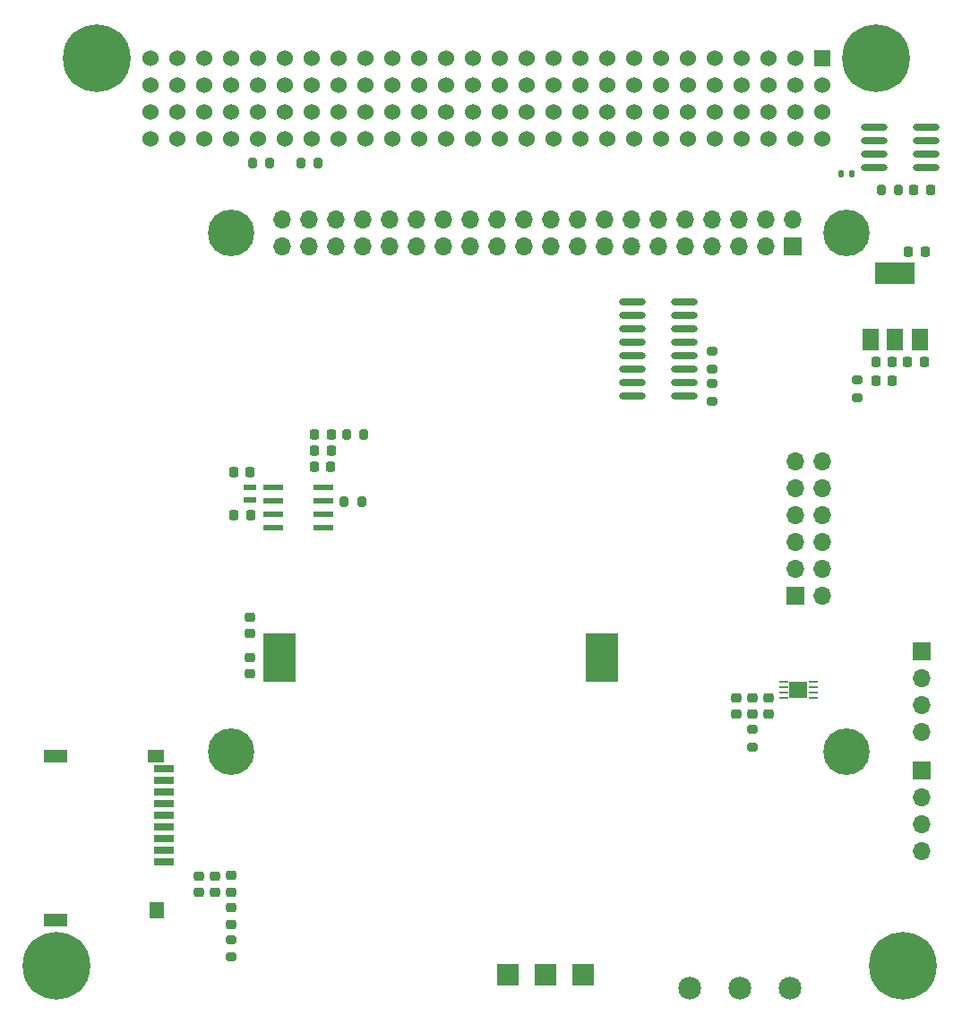
<source format=gts>
G04 #@! TF.GenerationSoftware,KiCad,Pcbnew,(6.0.7-1)-1*
G04 #@! TF.CreationDate,2023-01-01T23:11:57-05:00*
G04 #@! TF.ProjectId,obc-db,6f62632d-6462-42e6-9b69-6361645f7063,rev?*
G04 #@! TF.SameCoordinates,Original*
G04 #@! TF.FileFunction,Soldermask,Top*
G04 #@! TF.FilePolarity,Negative*
%FSLAX46Y46*%
G04 Gerber Fmt 4.6, Leading zero omitted, Abs format (unit mm)*
G04 Created by KiCad (PCBNEW (6.0.7-1)-1) date 2023-01-01 23:11:57*
%MOMM*%
%LPD*%
G01*
G04 APERTURE LIST*
G04 Aperture macros list*
%AMRoundRect*
0 Rectangle with rounded corners*
0 $1 Rounding radius*
0 $2 $3 $4 $5 $6 $7 $8 $9 X,Y pos of 4 corners*
0 Add a 4 corners polygon primitive as box body*
4,1,4,$2,$3,$4,$5,$6,$7,$8,$9,$2,$3,0*
0 Add four circle primitives for the rounded corners*
1,1,$1+$1,$2,$3*
1,1,$1+$1,$4,$5*
1,1,$1+$1,$6,$7*
1,1,$1+$1,$8,$9*
0 Add four rect primitives between the rounded corners*
20,1,$1+$1,$2,$3,$4,$5,0*
20,1,$1+$1,$4,$5,$6,$7,0*
20,1,$1+$1,$6,$7,$8,$9,0*
20,1,$1+$1,$8,$9,$2,$3,0*%
G04 Aperture macros list end*
%ADD10RoundRect,0.218750X0.256250X-0.218750X0.256250X0.218750X-0.256250X0.218750X-0.256250X-0.218750X0*%
%ADD11RoundRect,0.135000X0.135000X0.185000X-0.135000X0.185000X-0.135000X-0.185000X0.135000X-0.185000X0*%
%ADD12C,6.400000*%
%ADD13C,3.600000*%
%ADD14R,1.500000X2.000000*%
%ADD15R,3.800000X2.000000*%
%ADD16RoundRect,0.200000X-0.275000X0.200000X-0.275000X-0.200000X0.275000X-0.200000X0.275000X0.200000X0*%
%ADD17R,2.000000X2.000000*%
%ADD18RoundRect,0.200000X0.200000X0.275000X-0.200000X0.275000X-0.200000X-0.275000X0.200000X-0.275000X0*%
%ADD19RoundRect,0.225000X0.225000X0.250000X-0.225000X0.250000X-0.225000X-0.250000X0.225000X-0.250000X0*%
%ADD20RoundRect,0.225000X-0.225000X-0.250000X0.225000X-0.250000X0.225000X0.250000X-0.225000X0.250000X0*%
%ADD21C,2.600000*%
%ADD22C,4.400000*%
%ADD23R,3.050000X4.570000*%
%ADD24R,1.700000X1.700000*%
%ADD25O,1.700000X1.700000*%
%ADD26C,2.159000*%
%ADD27R,0.812800X0.254000*%
%ADD28R,1.752600X1.549400*%
%ADD29RoundRect,0.225000X-0.250000X0.225000X-0.250000X-0.225000X0.250000X-0.225000X0.250000X0.225000X0*%
%ADD30RoundRect,0.350001X0.899999X0.000001X0.899999X-0.000001X-0.899999X-0.000001X-0.899999X0.000001X0*%
%ADD31R,1.981200X0.558800*%
%ADD32R,1.900000X0.700000*%
%ADD33R,1.600000X1.200000*%
%ADD34R,2.200000X1.200000*%
%ADD35R,1.400000X1.600000*%
%ADD36RoundRect,0.218750X-0.218750X-0.256250X0.218750X-0.256250X0.218750X0.256250X-0.218750X0.256250X0*%
%ADD37RoundRect,0.218750X0.218750X0.256250X-0.218750X0.256250X-0.218750X-0.256250X0.218750X-0.256250X0*%
%ADD38R,1.524000X1.524000*%
%ADD39C,1.524000*%
%ADD40RoundRect,0.200000X-0.200000X-0.275000X0.200000X-0.275000X0.200000X0.275000X-0.200000X0.275000X0*%
%ADD41R,1.200000X0.600000*%
G04 APERTURE END LIST*
D10*
X130750000Y-133937500D03*
X130750000Y-132362500D03*
D11*
X189486000Y-62992000D03*
X188466000Y-62992000D03*
D12*
X191770000Y-52070000D03*
D13*
X191770000Y-52070000D03*
D10*
X180086000Y-114071500D03*
X180086000Y-112496500D03*
D14*
X191248000Y-78690000D03*
X193548000Y-78690000D03*
D15*
X193548000Y-72390000D03*
D14*
X195848000Y-78690000D03*
D16*
X189992000Y-82487000D03*
X189992000Y-84137000D03*
D17*
X164084000Y-138684000D03*
D18*
X193865000Y-64516000D03*
X192215000Y-64516000D03*
D19*
X196355000Y-70358000D03*
X194805000Y-70358000D03*
D13*
X118110000Y-52070000D03*
D12*
X118110000Y-52070000D03*
D18*
X139001000Y-61976000D03*
X137351000Y-61976000D03*
D20*
X131051000Y-95250000D03*
X132601000Y-95250000D03*
D21*
X188976000Y-117602000D03*
D22*
X188976000Y-117602000D03*
D23*
X135387000Y-108712000D03*
X165857000Y-108712000D03*
D24*
X196088000Y-108077000D03*
D25*
X196088000Y-110617000D03*
X196088000Y-113157000D03*
X196088000Y-115697000D03*
D26*
X183642000Y-139954000D03*
X178891999Y-139954000D03*
X174141999Y-139954000D03*
D27*
X185801000Y-112509651D03*
X185801000Y-112009650D03*
X185801000Y-111509650D03*
X185801000Y-111009649D03*
X183007000Y-111009649D03*
X183007000Y-111509650D03*
X183007000Y-112009650D03*
X183007000Y-112509651D03*
D28*
X184404000Y-111759650D03*
D18*
X143128000Y-93980000D03*
X141478000Y-93980000D03*
D29*
X129226000Y-129327000D03*
X129226000Y-130877000D03*
D12*
X114300000Y-137795000D03*
D13*
X114300000Y-137795000D03*
D16*
X176276000Y-79756000D03*
X176276000Y-81406000D03*
D24*
X183866000Y-69870000D03*
D25*
X183866000Y-67330000D03*
X181326000Y-69870000D03*
X181326000Y-67330000D03*
X178786000Y-69870000D03*
X178786000Y-67330000D03*
X176246000Y-69870000D03*
X176246000Y-67330000D03*
X173706000Y-69870000D03*
X173706000Y-67330000D03*
X171166000Y-69870000D03*
X171166000Y-67330000D03*
X168626000Y-69870000D03*
X168626000Y-67330000D03*
X166086000Y-69870000D03*
X166086000Y-67330000D03*
X163546000Y-69870000D03*
X163546000Y-67330000D03*
X161006000Y-69870000D03*
X161006000Y-67330000D03*
X158466000Y-69870000D03*
X158466000Y-67330000D03*
X155926000Y-69870000D03*
X155926000Y-67330000D03*
X153386000Y-69870000D03*
X153386000Y-67330000D03*
X150846000Y-69870000D03*
X150846000Y-67330000D03*
X148306000Y-69870000D03*
X148306000Y-67330000D03*
X145766000Y-69870000D03*
X145766000Y-67330000D03*
X143226000Y-69870000D03*
X143226000Y-67330000D03*
X140686000Y-69870000D03*
X140686000Y-67330000D03*
X138146000Y-69870000D03*
X138146000Y-67330000D03*
X135606000Y-69870000D03*
X135606000Y-67330000D03*
D29*
X127702000Y-129327000D03*
X127702000Y-130877000D03*
D20*
X131038000Y-91186000D03*
X132588000Y-91186000D03*
D30*
X196506000Y-62357000D03*
X196506000Y-61087000D03*
X196506000Y-59817000D03*
X196506000Y-58547000D03*
X191606000Y-58547000D03*
X191606000Y-59817000D03*
X191606000Y-61087000D03*
X191606000Y-62357000D03*
D10*
X132588000Y-110261500D03*
X132588000Y-108686500D03*
D31*
X134797800Y-92583000D03*
X134797800Y-93853000D03*
X134797800Y-95123000D03*
X134797800Y-96393000D03*
X139522200Y-96393000D03*
X139522200Y-95123000D03*
X139522200Y-93853000D03*
X139522200Y-92583000D03*
D24*
X184113000Y-102845000D03*
D25*
X186653000Y-102845000D03*
X184113000Y-100305000D03*
X186653000Y-100305000D03*
X184113000Y-97765000D03*
X186653000Y-97765000D03*
X184113000Y-95225000D03*
X186653000Y-95225000D03*
X184113000Y-92685000D03*
X186653000Y-92685000D03*
X184113000Y-90145000D03*
X186653000Y-90145000D03*
D21*
X130810000Y-68580000D03*
D22*
X130810000Y-68580000D03*
D10*
X130750000Y-130889500D03*
X130750000Y-129314500D03*
X178562000Y-114071500D03*
X178562000Y-112496500D03*
D32*
X124410000Y-128005000D03*
X124410000Y-126905000D03*
X124410000Y-125805000D03*
X124410000Y-124705000D03*
X124410000Y-123605000D03*
X124410000Y-122505000D03*
X124410000Y-121405000D03*
X124410000Y-120305000D03*
X124410000Y-119205000D03*
D33*
X123658000Y-118005000D03*
D34*
X114158000Y-118005000D03*
X114158000Y-133505000D03*
D35*
X123758000Y-132605000D03*
D17*
X156972000Y-138684000D03*
D36*
X191719000Y-82550000D03*
X193294000Y-82550000D03*
D22*
X130810000Y-117602000D03*
D21*
X130810000Y-117602000D03*
D37*
X140233500Y-87630000D03*
X138658500Y-87630000D03*
D38*
X186690000Y-52070000D03*
D39*
X186690000Y-54610000D03*
X184150000Y-52070000D03*
X184150000Y-54610000D03*
X181610000Y-52070000D03*
X181610000Y-54610000D03*
X179070000Y-52070000D03*
X179070000Y-54610000D03*
X176530000Y-52070000D03*
X176530000Y-54610000D03*
X173990000Y-52070000D03*
X173990000Y-54610000D03*
X171450000Y-52070000D03*
X171450000Y-54610000D03*
X168910000Y-52070000D03*
X168910000Y-54610000D03*
X166370000Y-52070000D03*
X166370000Y-54610000D03*
X163830000Y-52070000D03*
X163830000Y-54610000D03*
X161290000Y-52070000D03*
X161290000Y-54610000D03*
X158750000Y-52070000D03*
X158750000Y-54610000D03*
X156210000Y-52070000D03*
X156210000Y-54610000D03*
X153670000Y-52070000D03*
X153670000Y-54610000D03*
X151130000Y-52070000D03*
X151130000Y-54610000D03*
X148590000Y-52070000D03*
X148590000Y-54610000D03*
X146050000Y-52070000D03*
X146050000Y-54610000D03*
X143510000Y-52070000D03*
X143510000Y-54610000D03*
X140970000Y-52070000D03*
X140970000Y-54610000D03*
X138430000Y-52070000D03*
X138430000Y-54610000D03*
X135890000Y-52070000D03*
X135890000Y-54610000D03*
X133350000Y-52070000D03*
X133350000Y-54610000D03*
X130810000Y-52070000D03*
X130810000Y-54610000D03*
X128270000Y-52070000D03*
X128270000Y-54610000D03*
X125730000Y-52070000D03*
X125730000Y-54610000D03*
X123190000Y-52070000D03*
X123190000Y-54610000D03*
X186690000Y-57150000D03*
X186690000Y-59690000D03*
X184150000Y-57150000D03*
X184150000Y-59690000D03*
X181610000Y-57150000D03*
X181610000Y-59690000D03*
X179070000Y-57150000D03*
X179070000Y-59690000D03*
X176530000Y-57150000D03*
X176530000Y-59690000D03*
X173990000Y-57150000D03*
X173990000Y-59690000D03*
X171450000Y-57150000D03*
X171450000Y-59690000D03*
X168910000Y-57150000D03*
X168910000Y-59690000D03*
X166370000Y-57150000D03*
X166370000Y-59690000D03*
X163830000Y-57150000D03*
X163830000Y-59690000D03*
X161290000Y-57150000D03*
X161290000Y-59690000D03*
X158750000Y-57150000D03*
X158750000Y-59690000D03*
X156210000Y-57150000D03*
X156210000Y-59690000D03*
X153670000Y-57150000D03*
X153670000Y-59690000D03*
X151130000Y-57150000D03*
X151130000Y-59690000D03*
X148590000Y-57150000D03*
X148590000Y-59690000D03*
X146050000Y-57150000D03*
X146050000Y-59690000D03*
X143510000Y-57150000D03*
X143510000Y-59690000D03*
X140970000Y-57150000D03*
X140970000Y-59690000D03*
X138430000Y-57150000D03*
X138430000Y-59690000D03*
X135890000Y-57150000D03*
X135890000Y-59690000D03*
X133350000Y-57150000D03*
X133350000Y-59690000D03*
X130810000Y-57150000D03*
X130810000Y-59690000D03*
X128270000Y-57150000D03*
X128270000Y-59690000D03*
X125730000Y-57150000D03*
X125730000Y-59690000D03*
X123190000Y-57150000D03*
X123190000Y-59690000D03*
D30*
X173646000Y-84010000D03*
X173646000Y-82740000D03*
X173646000Y-81470000D03*
X173646000Y-80200000D03*
X173646000Y-78930000D03*
X173646000Y-77660000D03*
X173646000Y-76390000D03*
X173646000Y-75120000D03*
X168746000Y-75120000D03*
X168746000Y-76390000D03*
X168746000Y-77660000D03*
X168746000Y-78930000D03*
X168746000Y-80200000D03*
X168746000Y-81470000D03*
X168746000Y-82740000D03*
X168746000Y-84010000D03*
D36*
X194741500Y-80772000D03*
X196316500Y-80772000D03*
D16*
X130750000Y-135373000D03*
X130750000Y-137023000D03*
D40*
X132779000Y-61976000D03*
X134429000Y-61976000D03*
D22*
X188976000Y-68580000D03*
D21*
X188976000Y-68580000D03*
D29*
X181610000Y-112509000D03*
X181610000Y-114059000D03*
D36*
X138658500Y-89154000D03*
X140233500Y-89154000D03*
D17*
X160528000Y-138684000D03*
D40*
X141669000Y-87630000D03*
X143319000Y-87630000D03*
D41*
X132588000Y-92618000D03*
X132588000Y-93818000D03*
D16*
X180086000Y-115507000D03*
X180086000Y-117157000D03*
D13*
X194310000Y-137795000D03*
D12*
X194310000Y-137795000D03*
D10*
X132588000Y-106451500D03*
X132588000Y-104876500D03*
D16*
X176276000Y-82804000D03*
X176276000Y-84454000D03*
D20*
X138658000Y-90678000D03*
X140208000Y-90678000D03*
D24*
X196088000Y-119380000D03*
D25*
X196088000Y-121920000D03*
X196088000Y-124460000D03*
X196088000Y-127000000D03*
D20*
X191731500Y-80772000D03*
X193281500Y-80772000D03*
D36*
X195300500Y-64516000D03*
X196875500Y-64516000D03*
M02*

</source>
